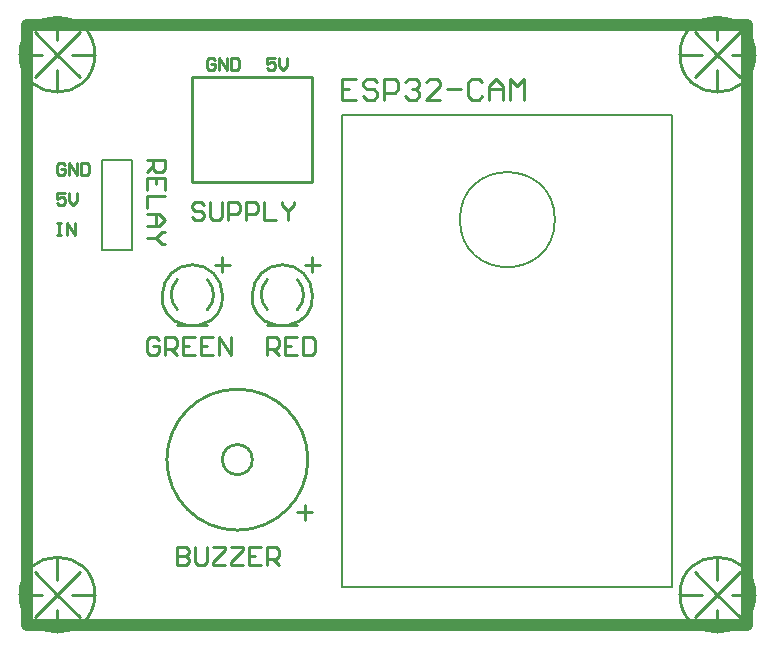
<source format=gto>
G04 Layer_Color=65535*
%FSLAX42Y42*%
%MOMM*%
G71*
G01*
G75*
%ADD20C,1.00*%
%ADD22C,0.25*%
%ADD23C,0.13*%
%ADD24C,0.20*%
D20*
X11049Y4953D02*
Y10033D01*
X4953Y4953D02*
X11049D01*
X4953D02*
Y10033D01*
X11049D01*
D22*
X6858Y6350D02*
G03*
X6858Y6350I-127J0D01*
G01*
X7328D02*
G03*
X7328Y6350I-597J0D01*
G01*
X6858Y7747D02*
G03*
X7049Y7493I222J-32D01*
G01*
X7175Y7493D02*
G03*
X7366Y7747I-32J222D01*
G01*
X7112Y8001D02*
G03*
X6858Y7747I0J-254D01*
G01*
X7366D02*
G03*
X7112Y8001I-254J0D01*
G01*
X7239Y7620D02*
G03*
X7239Y7874I-127J127D01*
G01*
X6985D02*
G03*
X6985Y7620I127J-127D01*
G01*
X6096Y7747D02*
G03*
X6287Y7493I222J-32D01*
G01*
X6414Y7493D02*
G03*
X6604Y7747I-32J222D01*
G01*
X6350Y8001D02*
G03*
X6096Y7747I0J-254D01*
G01*
X6604D02*
G03*
X6350Y8001I-254J0D01*
G01*
X6477Y7620D02*
G03*
X6477Y7874I-127J127D01*
G01*
X6223D02*
G03*
X6223Y7620I127J-127D01*
G01*
X5524Y9779D02*
G03*
X5524Y9779I-317J0D01*
G01*
Y5207D02*
G03*
X5524Y5207I-317J0D01*
G01*
X11112Y9779D02*
G03*
X11112Y9779I-317J0D01*
G01*
Y5207D02*
G03*
X11112Y5207I-317J0D01*
G01*
X6350Y9589D02*
X7366D01*
X6350Y8700D02*
X7366D01*
Y9589D01*
X6350Y8700D02*
Y9589D01*
X7239Y5906D02*
X7366D01*
X7303Y5842D02*
Y5969D01*
X6985Y7493D02*
X7239D01*
X7366Y7938D02*
Y8064D01*
X7303Y8001D02*
X7429D01*
X6223Y7493D02*
X6477D01*
X6604Y7938D02*
Y8064D01*
X6540Y8001D02*
X6668D01*
X5207Y9461D02*
Y9652D01*
X5334Y9779D02*
X5524D01*
X5207Y9906D02*
Y10096D01*
X4890Y9779D02*
X5080D01*
X5207D02*
X5397Y9969D01*
X5207Y9779D02*
X5397Y9589D01*
X5017Y9969D02*
X5207Y9779D01*
X5017Y9589D02*
X5207Y9779D01*
Y4890D02*
Y5080D01*
X5334Y5207D02*
X5524D01*
X5207Y5334D02*
Y5524D01*
X4890Y5207D02*
X5080D01*
X5207D02*
X5397Y5397D01*
X5207Y5207D02*
X5397Y5017D01*
X5017Y5397D02*
X5207Y5207D01*
X5017Y5017D02*
X5207Y5207D01*
X10795Y9461D02*
Y9652D01*
X10922Y9779D02*
X11112D01*
X10795Y9906D02*
Y10096D01*
X10478Y9779D02*
X10668D01*
X10795D02*
X10986Y9969D01*
X10795Y9779D02*
X10986Y9589D01*
X10604Y9969D02*
X10795Y9779D01*
X10604Y9589D02*
X10795Y9779D01*
Y4890D02*
Y5080D01*
X10922Y5207D02*
X11112D01*
X10795Y5334D02*
Y5524D01*
X10478Y5207D02*
X10668D01*
X10795D02*
X10986Y5397D01*
X10795Y5207D02*
X10986Y5017D01*
X10604Y5397D02*
X10795Y5207D01*
X10604Y5017D02*
X10795Y5207D01*
X6452Y8509D02*
X6426Y8534D01*
X6375D01*
X6350Y8509D01*
Y8484D01*
X6375Y8458D01*
X6426D01*
X6452Y8433D01*
Y8407D01*
X6426Y8382D01*
X6375D01*
X6350Y8407D01*
X6502Y8534D02*
Y8407D01*
X6528Y8382D01*
X6579D01*
X6604Y8407D01*
Y8534D01*
X6655Y8382D02*
Y8534D01*
X6731D01*
X6756Y8509D01*
Y8458D01*
X6731Y8433D01*
X6655D01*
X6807Y8382D02*
Y8534D01*
X6883D01*
X6909Y8509D01*
Y8458D01*
X6883Y8433D01*
X6807D01*
X6959Y8534D02*
Y8382D01*
X7061D01*
X7112Y8534D02*
Y8509D01*
X7163Y8458D01*
X7213Y8509D01*
Y8534D01*
X7163Y8458D02*
Y8382D01*
X5969Y8890D02*
X6121D01*
Y8814D01*
X6096Y8788D01*
X6045D01*
X6020Y8814D01*
Y8890D01*
Y8839D02*
X5969Y8788D01*
X6121Y8636D02*
Y8738D01*
X5969D01*
Y8636D01*
X6045Y8738D02*
Y8687D01*
X6121Y8585D02*
X5969D01*
Y8484D01*
Y8433D02*
X6071D01*
X6121Y8382D01*
X6071Y8331D01*
X5969D01*
X6045D01*
Y8433D01*
X6121Y8281D02*
X6096D01*
X6045Y8230D01*
X6096Y8179D01*
X6121D01*
X6045Y8230D02*
X5969D01*
X6223Y5613D02*
Y5461D01*
X6299D01*
X6325Y5486D01*
Y5512D01*
X6299Y5537D01*
X6223D01*
X6299D01*
X6325Y5563D01*
Y5588D01*
X6299Y5613D01*
X6223D01*
X6375D02*
Y5486D01*
X6401Y5461D01*
X6452D01*
X6477Y5486D01*
Y5613D01*
X6528D02*
X6629D01*
Y5588D01*
X6528Y5486D01*
Y5461D01*
X6629D01*
X6680Y5613D02*
X6782D01*
Y5588D01*
X6680Y5486D01*
Y5461D01*
X6782D01*
X6934Y5613D02*
X6832D01*
Y5461D01*
X6934D01*
X6832Y5537D02*
X6883D01*
X6985Y5461D02*
Y5613D01*
X7061D01*
X7086Y5588D01*
Y5537D01*
X7061Y5512D01*
X6985D01*
X7036D02*
X7086Y5461D01*
X6985Y7239D02*
Y7391D01*
X7061D01*
X7087Y7366D01*
Y7315D01*
X7061Y7290D01*
X6985D01*
X7036D02*
X7087Y7239D01*
X7239Y7391D02*
X7137D01*
Y7239D01*
X7239D01*
X7137Y7315D02*
X7188D01*
X7290Y7391D02*
Y7239D01*
X7366D01*
X7391Y7264D01*
Y7366D01*
X7366Y7391D01*
X7290D01*
X6071Y7366D02*
X6045Y7391D01*
X5994D01*
X5969Y7366D01*
Y7264D01*
X5994Y7239D01*
X6045D01*
X6071Y7264D01*
Y7315D01*
X6020D01*
X6121Y7239D02*
Y7391D01*
X6198D01*
X6223Y7366D01*
Y7315D01*
X6198Y7290D01*
X6121D01*
X6172D02*
X6223Y7239D01*
X6375Y7391D02*
X6274D01*
Y7239D01*
X6375D01*
X6274Y7315D02*
X6324D01*
X6528Y7391D02*
X6426D01*
Y7239D01*
X6528D01*
X6426Y7315D02*
X6477D01*
X6578Y7239D02*
Y7391D01*
X6680Y7239D01*
Y7391D01*
X7052Y9752D02*
X6985D01*
Y9702D01*
X7018Y9719D01*
X7035D01*
X7052Y9702D01*
Y9669D01*
X7035Y9652D01*
X7002D01*
X6985Y9669D01*
X7085Y9752D02*
Y9685D01*
X7118Y9652D01*
X7152Y9685D01*
Y9752D01*
X6544Y9735D02*
X6527Y9752D01*
X6494D01*
X6477Y9735D01*
Y9669D01*
X6494Y9652D01*
X6527D01*
X6544Y9669D01*
Y9702D01*
X6510D01*
X6577Y9652D02*
Y9752D01*
X6644Y9652D01*
Y9752D01*
X6677D02*
Y9652D01*
X6727D01*
X6744Y9669D01*
Y9735D01*
X6727Y9752D01*
X6677D01*
X5274Y8846D02*
X5257Y8863D01*
X5224D01*
X5207Y8846D01*
Y8780D01*
X5224Y8763D01*
X5257D01*
X5274Y8780D01*
Y8813D01*
X5240D01*
X5307Y8763D02*
Y8863D01*
X5374Y8763D01*
Y8863D01*
X5407D02*
Y8763D01*
X5457D01*
X5474Y8780D01*
Y8846D01*
X5457Y8863D01*
X5407D01*
X5274Y8609D02*
X5207D01*
Y8559D01*
X5240Y8576D01*
X5257D01*
X5274Y8559D01*
Y8526D01*
X5257Y8509D01*
X5224D01*
X5207Y8526D01*
X5307Y8609D02*
Y8542D01*
X5340Y8509D01*
X5374Y8542D01*
Y8609D01*
X5207Y8355D02*
X5240D01*
X5224D01*
Y8255D01*
X5207D01*
X5240D01*
X5290D02*
Y8355D01*
X5357Y8255D01*
Y8355D01*
X7738Y9576D02*
X7620D01*
Y9398D01*
X7738D01*
X7620Y9487D02*
X7679D01*
X7916Y9546D02*
X7887Y9576D01*
X7827D01*
X7798Y9546D01*
Y9516D01*
X7827Y9487D01*
X7887D01*
X7916Y9457D01*
Y9428D01*
X7887Y9398D01*
X7827D01*
X7798Y9428D01*
X7975Y9398D02*
Y9576D01*
X8064D01*
X8094Y9546D01*
Y9487D01*
X8064Y9457D01*
X7975D01*
X8153Y9546D02*
X8183Y9576D01*
X8242D01*
X8272Y9546D01*
Y9516D01*
X8242Y9487D01*
X8212D01*
X8242D01*
X8272Y9457D01*
Y9428D01*
X8242Y9398D01*
X8183D01*
X8153Y9428D01*
X8449Y9398D02*
X8331D01*
X8449Y9516D01*
Y9546D01*
X8420Y9576D01*
X8361D01*
X8331Y9546D01*
X8509Y9487D02*
X8627D01*
X8805Y9546D02*
X8775Y9576D01*
X8716D01*
X8686Y9546D01*
Y9428D01*
X8716Y9398D01*
X8775D01*
X8805Y9428D01*
X8864Y9398D02*
Y9516D01*
X8923Y9576D01*
X8983Y9516D01*
Y9398D01*
Y9487D01*
X8864D01*
X9042Y9398D02*
Y9576D01*
X9101Y9516D01*
X9160Y9576D01*
Y9398D01*
D23*
X9419Y8382D02*
G03*
X9419Y8382I-402J0D01*
G01*
X10414Y5271D02*
Y9271D01*
X7620D02*
X10414D01*
X7620Y5271D02*
Y9271D01*
Y5271D02*
X10414D01*
D24*
X5588Y8128D02*
Y8890D01*
Y8128D02*
X5842D01*
Y8890D01*
X5588D02*
X5842D01*
M02*

</source>
